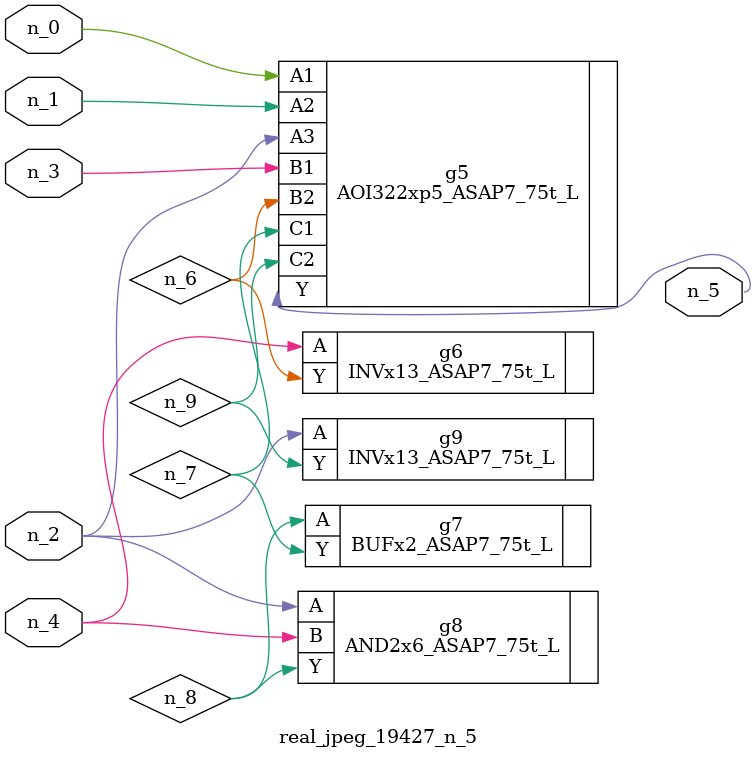
<source format=v>
module real_jpeg_19427_n_5 (n_4, n_0, n_1, n_2, n_3, n_5);

input n_4;
input n_0;
input n_1;
input n_2;
input n_3;

output n_5;

wire n_8;
wire n_6;
wire n_7;
wire n_9;

AOI322xp5_ASAP7_75t_L g5 ( 
.A1(n_0),
.A2(n_1),
.A3(n_2),
.B1(n_3),
.B2(n_6),
.C1(n_7),
.C2(n_9),
.Y(n_5)
);

AND2x6_ASAP7_75t_L g8 ( 
.A(n_2),
.B(n_4),
.Y(n_8)
);

INVx13_ASAP7_75t_L g9 ( 
.A(n_2),
.Y(n_9)
);

INVx13_ASAP7_75t_L g6 ( 
.A(n_4),
.Y(n_6)
);

BUFx2_ASAP7_75t_L g7 ( 
.A(n_8),
.Y(n_7)
);


endmodule
</source>
